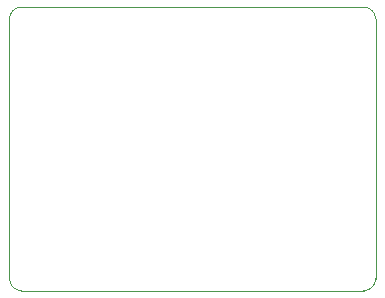
<source format=gbr>
G04 #@! TF.GenerationSoftware,KiCad,Pcbnew,5.1.5-52549c5~84~ubuntu18.04.1*
G04 #@! TF.CreationDate,2020-03-23T20:50:24+05:30*
G04 #@! TF.ProjectId,L80_adapter,4c38305f-6164-4617-9074-65722e6b6963,rev?*
G04 #@! TF.SameCoordinates,Original*
G04 #@! TF.FileFunction,Profile,NP*
%FSLAX46Y46*%
G04 Gerber Fmt 4.6, Leading zero omitted, Abs format (unit mm)*
G04 Created by KiCad (PCBNEW 5.1.5-52549c5~84~ubuntu18.04.1) date 2020-03-23 20:50:24*
%MOMM*%
%LPD*%
G04 APERTURE LIST*
%ADD10C,0.050000*%
G04 APERTURE END LIST*
D10*
X84500000Y-89000000D02*
G75*
G02X85500000Y-88000000I1000000J0D01*
G01*
X114500000Y-88000000D02*
G75*
G02X115500000Y-89000000I0J-1000000D01*
G01*
X115500000Y-111000000D02*
G75*
G02X114500000Y-112000000I-1000000J0D01*
G01*
X85500000Y-112000000D02*
G75*
G02X84500000Y-111000000I0J1000000D01*
G01*
X84500000Y-89000000D02*
X84500000Y-111000000D01*
X114500000Y-88000000D02*
X85500000Y-88000000D01*
X115500000Y-111000000D02*
X115500000Y-89000000D01*
X85500000Y-112000000D02*
X114500000Y-112000000D01*
M02*

</source>
